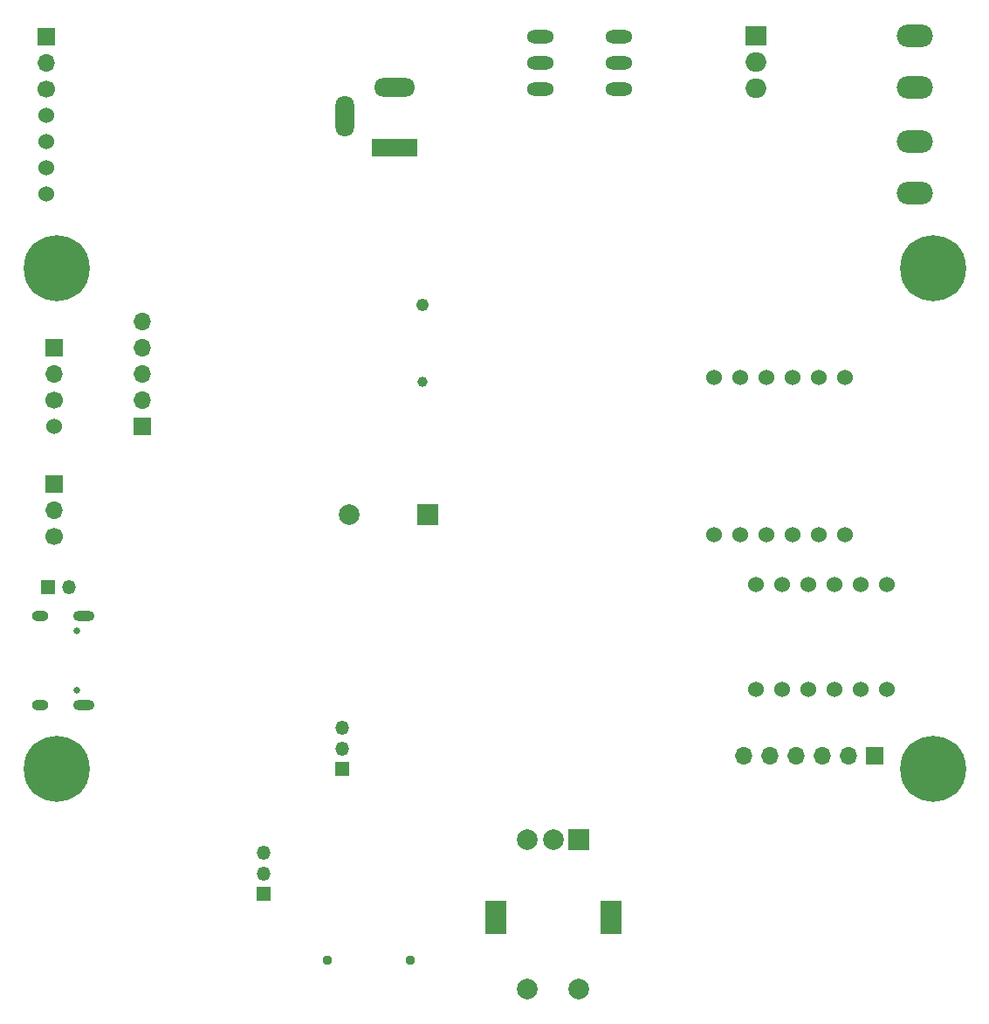
<source format=gbr>
%TF.GenerationSoftware,KiCad,Pcbnew,7.0.1*%
%TF.CreationDate,2023-04-15T09:39:37+07:00*%
%TF.ProjectId,DO_AN_DKTD,444f5f41-4e5f-4444-9b54-442e6b696361,rev?*%
%TF.SameCoordinates,Original*%
%TF.FileFunction,Soldermask,Bot*%
%TF.FilePolarity,Negative*%
%FSLAX46Y46*%
G04 Gerber Fmt 4.6, Leading zero omitted, Abs format (unit mm)*
G04 Created by KiCad (PCBNEW 7.0.1) date 2023-04-15 09:39:37*
%MOMM*%
%LPD*%
G01*
G04 APERTURE LIST*
%ADD10R,1.350000X1.350000*%
%ADD11O,1.350000X1.350000*%
%ADD12C,0.950000*%
%ADD13R,2.000000X1.905000*%
%ADD14O,2.000000X1.905000*%
%ADD15C,0.800000*%
%ADD16C,6.400000*%
%ADD17O,3.500000X2.200000*%
%ADD18R,1.700000X1.700000*%
%ADD19O,1.700000X1.700000*%
%ADD20C,1.700000*%
%ADD21R,4.400000X1.800000*%
%ADD22O,4.000000X1.800000*%
%ADD23O,1.800000X4.000000*%
%ADD24C,1.524000*%
%ADD25C,1.000000*%
%ADD26C,1.244600*%
%ADD27O,2.616000X1.308000*%
%ADD28C,0.650000*%
%ADD29O,2.100000X1.000000*%
%ADD30O,1.600000X1.000000*%
%ADD31R,2.000000X2.000000*%
%ADD32C,2.000000*%
%ADD33R,2.000000X3.200000*%
G04 APERTURE END LIST*
D10*
%TO.C,J13*%
X100700000Y-103700000D03*
D11*
X102700000Y-103700000D03*
%TD*%
D10*
%TO.C,J12*%
X121600000Y-133400000D03*
D11*
X121600000Y-131400000D03*
X121600000Y-129400000D03*
%TD*%
D12*
%TO.C,J8*%
X127800000Y-139850000D03*
X135800000Y-139850000D03*
%TD*%
D13*
%TO.C,D2*%
X169305000Y-50250000D03*
D14*
X169305000Y-52790000D03*
X169305000Y-55330000D03*
%TD*%
D15*
%TO.C,REF\u002A\u002A*%
X184100000Y-121250000D03*
X184802944Y-119552944D03*
X184802944Y-122947056D03*
X186500000Y-118850000D03*
D16*
X186500000Y-121250000D03*
D15*
X186500000Y-123650000D03*
X188197056Y-119552944D03*
X188197056Y-122947056D03*
X188900000Y-121250000D03*
%TD*%
D17*
%TO.C,J5*%
X184750000Y-65500000D03*
X184750000Y-60500000D03*
%TD*%
D18*
%TO.C,J7*%
X109850000Y-88040000D03*
D19*
X109850000Y-85500000D03*
X109850000Y-82960000D03*
X109850000Y-80420000D03*
X109850000Y-77880000D03*
%TD*%
D18*
%TO.C,J4*%
X101250000Y-93710000D03*
D19*
X101250000Y-96250000D03*
D20*
X101250000Y-98790000D03*
%TD*%
D21*
%TO.C,J10*%
X134250000Y-61050000D03*
D22*
X134250000Y-55250000D03*
D23*
X129450000Y-58050000D03*
%TD*%
D15*
%TO.C,REF\u002A\u002A*%
X184100000Y-72750000D03*
X184802944Y-71052944D03*
X184802944Y-74447056D03*
X186500000Y-70350000D03*
D16*
X186500000Y-72750000D03*
D15*
X186500000Y-75150000D03*
X188197056Y-71052944D03*
X188197056Y-74447056D03*
X188900000Y-72750000D03*
%TD*%
%TO.C,REF\u002A\u002A*%
X99100000Y-121250000D03*
X99802944Y-119552944D03*
X99802944Y-122947056D03*
X101500000Y-118850000D03*
D16*
X101500000Y-121250000D03*
D15*
X101500000Y-123650000D03*
X103197056Y-119552944D03*
X103197056Y-122947056D03*
X103900000Y-121250000D03*
%TD*%
D24*
%TO.C,LE1*%
X165282500Y-98600000D03*
X167822500Y-98600000D03*
X170362500Y-98600000D03*
X172902500Y-98600000D03*
X175442500Y-98600000D03*
X177982500Y-98600000D03*
X177982500Y-83360000D03*
X175442500Y-83360000D03*
X172902500Y-83360000D03*
X170362500Y-83360000D03*
X167822500Y-83360000D03*
X165282500Y-83360000D03*
%TD*%
%TO.C,LE2*%
X169320000Y-113560000D03*
X171860000Y-113560000D03*
X174400000Y-113560000D03*
X176940000Y-113560000D03*
X179480000Y-113560000D03*
X182020000Y-113560000D03*
X182020000Y-103400000D03*
X179480000Y-103400000D03*
X176940000Y-103400000D03*
X174400000Y-103400000D03*
X171860000Y-103400000D03*
X169320000Y-103400000D03*
%TD*%
D15*
%TO.C,REF\u002A\u002A*%
X99100000Y-72750000D03*
X99802944Y-71052944D03*
X99802944Y-74447056D03*
X101500000Y-70350000D03*
D16*
X101500000Y-72750000D03*
D15*
X101500000Y-75150000D03*
X103197056Y-71052944D03*
X103197056Y-74447056D03*
X103900000Y-72750000D03*
%TD*%
D18*
%TO.C,J3*%
X101250000Y-80420000D03*
D19*
X101250000Y-82960000D03*
D20*
X101250000Y-85500000D03*
D24*
X101250000Y-88040000D03*
%TD*%
D25*
%TO.C,BT1*%
X136960000Y-83796500D03*
D26*
X136960000Y-76303500D03*
%TD*%
D10*
%TO.C,J11*%
X129200000Y-121300000D03*
D11*
X129200000Y-119300000D03*
X129200000Y-117300000D03*
%TD*%
D27*
%TO.C,U4*%
X148440000Y-50340000D03*
X148440000Y-52880000D03*
X148440000Y-55420000D03*
X156060000Y-55420000D03*
X156060000Y-52880000D03*
X156060000Y-50340000D03*
%TD*%
D28*
%TO.C,J9*%
X103425000Y-107860000D03*
X103425000Y-113640000D03*
D29*
X104105000Y-106430000D03*
D30*
X99925000Y-106430000D03*
D29*
X104105000Y-115070000D03*
D30*
X99925000Y-115070000D03*
%TD*%
D18*
%TO.C,J1*%
X100510000Y-50310000D03*
D19*
X100510000Y-52850000D03*
D20*
X100510000Y-55390000D03*
D24*
X100510000Y-57930000D03*
X100510000Y-60470000D03*
X100510000Y-63010000D03*
X100510000Y-65550000D03*
%TD*%
D18*
%TO.C,J6*%
X180850000Y-120000000D03*
D19*
X178310000Y-120000000D03*
X175770000Y-120000000D03*
X173230000Y-120000000D03*
X170690000Y-120000000D03*
X168150000Y-120000000D03*
%TD*%
D31*
%TO.C,BZ1*%
X137500000Y-96600000D03*
D32*
X129900000Y-96600000D03*
%TD*%
D31*
%TO.C,SW1*%
X152188400Y-128131600D03*
D32*
X147188400Y-128131600D03*
X149688400Y-128131600D03*
D33*
X155288400Y-135631600D03*
X144088400Y-135631600D03*
D32*
X147188400Y-142631600D03*
X152188400Y-142631600D03*
%TD*%
D17*
%TO.C,J2*%
X184750000Y-55250000D03*
X184750000Y-50250000D03*
%TD*%
M02*

</source>
